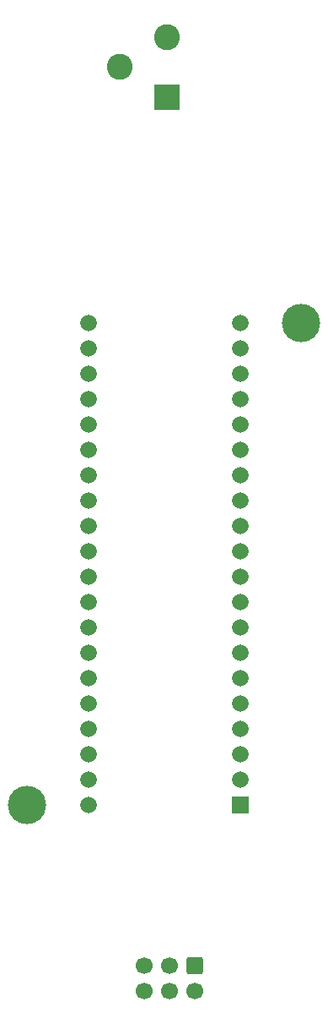
<source format=gbr>
%TF.GenerationSoftware,KiCad,Pcbnew,(6.0.4)*%
%TF.CreationDate,2022-05-17T15:50:22-07:00*%
%TF.ProjectId,Atmega32a-pu(40 pin dip) programmer,41746d65-6761-4333-9261-2d7075283430,rev?*%
%TF.SameCoordinates,Original*%
%TF.FileFunction,Soldermask,Bot*%
%TF.FilePolarity,Negative*%
%FSLAX46Y46*%
G04 Gerber Fmt 4.6, Leading zero omitted, Abs format (unit mm)*
G04 Created by KiCad (PCBNEW (6.0.4)) date 2022-05-17 15:50:22*
%MOMM*%
%LPD*%
G01*
G04 APERTURE LIST*
G04 Aperture macros list*
%AMRoundRect*
0 Rectangle with rounded corners*
0 $1 Rounding radius*
0 $2 $3 $4 $5 $6 $7 $8 $9 X,Y pos of 4 corners*
0 Add a 4 corners polygon primitive as box body*
4,1,4,$2,$3,$4,$5,$6,$7,$8,$9,$2,$3,0*
0 Add four circle primitives for the rounded corners*
1,1,$1+$1,$2,$3*
1,1,$1+$1,$4,$5*
1,1,$1+$1,$6,$7*
1,1,$1+$1,$8,$9*
0 Add four rect primitives between the rounded corners*
20,1,$1+$1,$2,$3,$4,$5,0*
20,1,$1+$1,$4,$5,$6,$7,0*
20,1,$1+$1,$6,$7,$8,$9,0*
20,1,$1+$1,$8,$9,$2,$3,0*%
G04 Aperture macros list end*
%ADD10R,2.600000X2.600000*%
%ADD11C,2.600000*%
%ADD12R,1.665000X1.665000*%
%ADD13C,1.665000*%
%ADD14C,3.840000*%
%ADD15RoundRect,0.250000X-0.600000X0.600000X-0.600000X-0.600000X0.600000X-0.600000X0.600000X0.600000X0*%
%ADD16C,1.700000*%
G04 APERTURE END LIST*
D10*
%TO.C,J2*%
X120750000Y-73000000D03*
D11*
X120750000Y-67000000D03*
X116050000Y-70000000D03*
%TD*%
D12*
%TO.C,U1*%
X128120000Y-143880000D03*
D13*
X128120000Y-141340000D03*
X128120000Y-138800000D03*
X128120000Y-136260000D03*
X128120000Y-133720000D03*
X128120000Y-131180000D03*
X128120000Y-128640000D03*
X128120000Y-126100000D03*
X128120000Y-123560000D03*
X128120000Y-121020000D03*
X128120000Y-118480000D03*
X128120000Y-115940000D03*
X128120000Y-113400000D03*
X128120000Y-110860000D03*
X128120000Y-108320000D03*
X128120000Y-105780000D03*
X128120000Y-103240000D03*
X128120000Y-100700000D03*
X128120000Y-98160000D03*
X128120000Y-95620000D03*
X112880000Y-95620000D03*
X112880000Y-98160000D03*
X112880000Y-100700000D03*
X112880000Y-103240000D03*
X112880000Y-105780000D03*
X112880000Y-108320000D03*
X112880000Y-110860000D03*
X112880000Y-113400000D03*
X112880000Y-115940000D03*
X112880000Y-118480000D03*
X112880000Y-121020000D03*
X112880000Y-123560000D03*
X112880000Y-126100000D03*
X112880000Y-128640000D03*
X112880000Y-131180000D03*
X112880000Y-133720000D03*
X112880000Y-136260000D03*
X112880000Y-138800000D03*
X112880000Y-141340000D03*
X112880000Y-143880000D03*
D14*
X106720000Y-143880000D03*
X134280000Y-95620000D03*
%TD*%
D15*
%TO.C,J1*%
X123545000Y-160000000D03*
D16*
X123545000Y-162540000D03*
X121005000Y-160000000D03*
X121005000Y-162540000D03*
X118465000Y-160000000D03*
X118465000Y-162540000D03*
%TD*%
M02*

</source>
